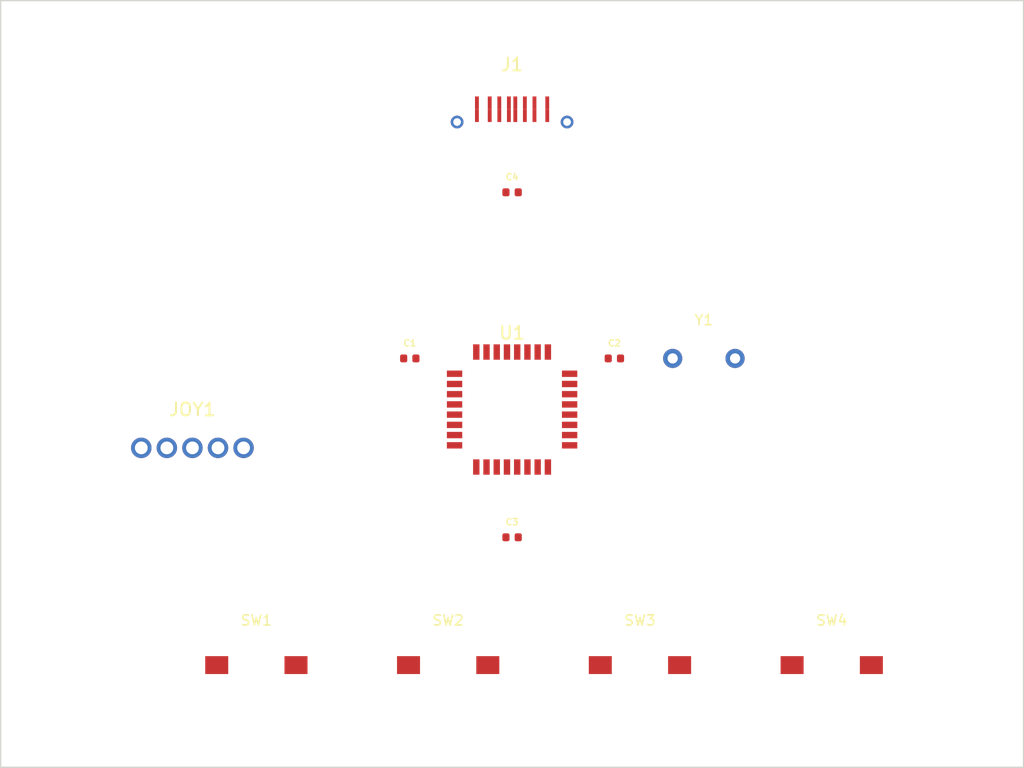
<source format=kicad_pcb>
(kicad_pcb (version 20240108) (generator "kicad-tools-demo") (generator_version "8.0")
  (layers (0 "F.Cu" signal) (31 "B.Cu" signal) (34 "B.Paste" user) (35 "F.Paste" user) (36 "B.SilkS" user "B.Silkscreen") (37 "F.SilkS" user "F.Silkscreen") (38 "B.Mask" user) (39 "F.Mask" user) (44 "Edge.Cuts" user))
  (net 0 "")
  (net 1 "VBUS")
  (net 2 "VCC")
  (net 3 "GND")
  (net 4 "USB_D+")
  (net 5 "USB_D-")
  (net 6 "USB_CC1")
  (net 7 "USB_CC2")
  (net 8 "JOY_X")
  (net 9 "JOY_Y")
  (net 10 "JOY_BTN")
  (net 11 "BTN1")
  (net 12 "BTN2")
  (net 13 "BTN3")
  (net 14 "BTN4")
  (net 15 "XTAL1")
  (net 16 "XTAL2")
  (gr_rect (start 100.0 100.0) (end 180.0 160.0) (stroke (width 0.1)) (fill none) (layer "Edge.Cuts"))
  (footprint "Package_QFP:TQFP-32_7x7mm_P0.8mm" (layer "F.Cu") (at 140.0 132.0)
    (fp_text reference "U1" (at 0 -6) (layer "F.SilkS"))
    (fp_text value "MCU")
    (pad "1" smd rect (at -4.500 -2.800) (size 1.2 0.5) (layers "F.Cu" "F.Paste" "F.Mask") (net 3 "GND"))
    (pad "2" smd rect (at -4.500 -2.000) (size 1.2 0.5) (layers "F.Cu" "F.Paste" "F.Mask") (net 15 "XTAL1"))
    (pad "3" smd rect (at -4.500 -1.200) (size 1.2 0.5) (layers "F.Cu" "F.Paste" "F.Mask") (net 16 "XTAL2"))
    (pad "4" smd rect (at -4.500 -0.400) (size 1.2 0.5) (layers "F.Cu" "F.Paste" "F.Mask") (net 2 "VCC"))
    (pad "5" smd rect (at -4.500 0.400) (size 1.2 0.5) (layers "F.Cu" "F.Paste" "F.Mask"))
    (pad "6" smd rect (at -4.500 1.200) (size 1.2 0.5) (layers "F.Cu" "F.Paste" "F.Mask"))
    (pad "7" smd rect (at -4.500 2.000) (size 1.2 0.5) (layers "F.Cu" "F.Paste" "F.Mask") (net 3 "GND"))
    (pad "8" smd rect (at -4.500 2.800) (size 1.2 0.5) (layers "F.Cu" "F.Paste" "F.Mask") (net 2 "VCC"))
    (pad "9" smd rect (at -2.800 4.500) (size 0.5 1.2) (layers "F.Cu" "F.Paste" "F.Mask") (net 8 "JOY_X"))
    (pad "10" smd rect (at -2.000 4.500) (size 0.5 1.2) (layers "F.Cu" "F.Paste" "F.Mask") (net 9 "JOY_Y"))
    (pad "11" smd rect (at -1.200 4.500) (size 0.5 1.2) (layers "F.Cu" "F.Paste" "F.Mask") (net 10 "JOY_BTN"))
    (pad "12" smd rect (at -0.400 4.500) (size 0.5 1.2) (layers "F.Cu" "F.Paste" "F.Mask") (net 11 "BTN1"))
    (pad "13" smd rect (at 0.400 4.500) (size 0.5 1.2) (layers "F.Cu" "F.Paste" "F.Mask") (net 12 "BTN2"))
    (pad "14" smd rect (at 1.200 4.500) (size 0.5 1.2) (layers "F.Cu" "F.Paste" "F.Mask") (net 13 "BTN3"))
    (pad "15" smd rect (at 2.000 4.500) (size 0.5 1.2) (layers "F.Cu" "F.Paste" "F.Mask") (net 14 "BTN4"))
    (pad "16" smd rect (at 2.800 4.500) (size 0.5 1.2) (layers "F.Cu" "F.Paste" "F.Mask") (net 3 "GND"))
    (pad "17" smd rect (at 4.500 -2.800) (size 1.2 0.5) (layers "F.Cu" "F.Paste" "F.Mask") (net 2 "VCC"))
    (pad "18" smd rect (at 4.500 -2.000) (size 1.2 0.5) (layers "F.Cu" "F.Paste" "F.Mask"))
    (pad "19" smd rect (at 4.500 -1.200) (size 1.2 0.5) (layers "F.Cu" "F.Paste" "F.Mask"))
    (pad "20" smd rect (at 4.500 -0.400) (size 1.2 0.5) (layers "F.Cu" "F.Paste" "F.Mask"))
    (pad "21" smd rect (at 4.500 0.400) (size 1.2 0.5) (layers "F.Cu" "F.Paste" "F.Mask"))
    (pad "22" smd rect (at 4.500 1.200) (size 1.2 0.5) (layers "F.Cu" "F.Paste" "F.Mask"))
    (pad "23" smd rect (at 4.500 2.000) (size 1.2 0.5) (layers "F.Cu" "F.Paste" "F.Mask") (net 3 "GND"))
    (pad "24" smd rect (at 4.500 2.800) (size 1.2 0.5) (layers "F.Cu" "F.Paste" "F.Mask") (net 2 "VCC"))
    (pad "25" smd rect (at 2.800 -4.500) (size 0.5 1.2) (layers "F.Cu" "F.Paste" "F.Mask") (net 3 "GND"))
    (pad "26" smd rect (at 2.000 -4.500) (size 0.5 1.2) (layers "F.Cu" "F.Paste" "F.Mask") (net 7 "USB_CC2"))
    (pad "27" smd rect (at 1.200 -4.500) (size 0.5 1.2) (layers "F.Cu" "F.Paste" "F.Mask") (net 6 "USB_CC1"))
    (pad "28" smd rect (at 0.400 -4.500) (size 0.5 1.2) (layers "F.Cu" "F.Paste" "F.Mask") (net 5 "USB_D-"))
    (pad "29" smd rect (at -0.400 -4.500) (size 0.5 1.2) (layers "F.Cu" "F.Paste" "F.Mask") (net 4 "USB_D+"))
    (pad "30" smd rect (at -1.200 -4.500) (size 0.5 1.2) (layers "F.Cu" "F.Paste" "F.Mask") (net 1 "VBUS"))
    (pad "31" smd rect (at -2.000 -4.500) (size 0.5 1.2) (layers "F.Cu" "F.Paste" "F.Mask"))
    (pad "32" smd rect (at -2.800 -4.500) (size 0.5 1.2) (layers "F.Cu" "F.Paste" "F.Mask") (net 3 "GND"))
  )
  (footprint "Connector_USB:USB_C_Receptacle_GCT_USB4105" (layer "F.Cu") (at 140.0 108.0)
    (fp_text reference "J1" (at 0 -3) (layer "F.SilkS"))
    (fp_text value "USB-C")
    (pad "A1" smd rect (at -2.75 0.00) (size 0.3 1.0) (layers "F.Cu" "F.Paste" "F.Mask") (net 3 "GND"))
    (pad "A4" smd rect (at -1.75 0.00) (size 0.3 1.0) (layers "F.Cu" "F.Paste" "F.Mask") (net 1 "VBUS"))
    (pad "A5" smd rect (at -1.00 0.00) (size 0.3 1.0) (layers "F.Cu" "F.Paste" "F.Mask") (net 6 "USB_CC1"))
    (pad "A6" smd rect (at -0.25 0.00) (size 0.3 1.0) (layers "F.Cu" "F.Paste" "F.Mask") (net 4 "USB_D+"))
    (pad "A7" smd rect (at 0.25 0.00) (size 0.3 1.0) (layers "F.Cu" "F.Paste" "F.Mask") (net 5 "USB_D-"))
    (pad "A8" smd rect (at 1.00 0.00) (size 0.3 1.0) (layers "F.Cu" "F.Paste" "F.Mask"))
    (pad "A9" smd rect (at 1.75 0.00) (size 0.3 1.0) (layers "F.Cu" "F.Paste" "F.Mask") (net 1 "VBUS"))
    (pad "A12" smd rect (at 2.75 0.00) (size 0.3 1.0) (layers "F.Cu" "F.Paste" "F.Mask") (net 3 "GND"))
    (pad "B1" smd rect (at 2.75 1.00) (size 0.3 1.0) (layers "F.Cu" "F.Paste" "F.Mask") (net 3 "GND"))
    (pad "B4" smd rect (at 1.75 1.00) (size 0.3 1.0) (layers "F.Cu" "F.Paste" "F.Mask") (net 1 "VBUS"))
    (pad "B5" smd rect (at 1.00 1.00) (size 0.3 1.0) (layers "F.Cu" "F.Paste" "F.Mask") (net 7 "USB_CC2"))
    (pad "B6" smd rect (at 0.25 1.00) (size 0.3 1.0) (layers "F.Cu" "F.Paste" "F.Mask") (net 4 "USB_D+"))
    (pad "B7" smd rect (at -0.25 1.00) (size 0.3 1.0) (layers "F.Cu" "F.Paste" "F.Mask") (net 5 "USB_D-"))
    (pad "B8" smd rect (at -1.00 1.00) (size 0.3 1.0) (layers "F.Cu" "F.Paste" "F.Mask"))
    (pad "B9" smd rect (at -1.75 1.00) (size 0.3 1.0) (layers "F.Cu" "F.Paste" "F.Mask") (net 1 "VBUS"))
    (pad "B12" smd rect (at -2.75 1.00) (size 0.3 1.0) (layers "F.Cu" "F.Paste" "F.Mask") (net 3 "GND"))
    (pad "S1" thru_hole circle (at -4.3 1.5) (size 1.0 1.0) (drill 0.6) (layers "*.Cu" "*.Mask") (net 3 "GND"))
    (pad "S2" thru_hole circle (at 4.3 1.5) (size 1.0 1.0) (drill 0.6) (layers "*.Cu" "*.Mask") (net 3 "GND"))
  )
  (footprint "Module:Joystick_Analog" (layer "F.Cu") (at 115.0 135.0)
    (fp_text reference "JOY1" (at 0 -3) (layer "F.SilkS"))
    (fp_text value "Joystick")
    (pad "1" thru_hole circle (at -4 0) (size 1.6 1.6) (drill 1.0) (layers "*.Cu" "*.Mask") (net 3 "GND"))
    (pad "2" thru_hole circle (at -2 0) (size 1.6 1.6) (drill 1.0) (layers "*.Cu" "*.Mask") (net 2 "VCC"))
    (pad "3" thru_hole circle (at 0 0) (size 1.6 1.6) (drill 1.0) (layers "*.Cu" "*.Mask") (net 8 "JOY_X"))
    (pad "4" thru_hole circle (at 2 0) (size 1.6 1.6) (drill 1.0) (layers "*.Cu" "*.Mask") (net 9 "JOY_Y"))
    (pad "5" thru_hole circle (at 4 0) (size 1.6 1.6) (drill 1.0) (layers "*.Cu" "*.Mask") (net 10 "JOY_BTN"))
  )
  (footprint "Crystal:Crystal_HC49-U_Vertical" (layer "F.Cu") (at 155.0 128.0)
    (fp_text reference "Y1" (at 0 -3) (layer "F.SilkS") (effects (font (size 0.8 0.8) (thickness 0.12))))
    (fp_text value "16MHz")
    (pad "1" thru_hole circle (at -2.44 0) (size 1.5 1.5) (drill 0.8) (layers "*.Cu" "*.Mask") (net 15 "XTAL1"))
    (pad "2" thru_hole circle (at 2.44 0) (size 1.5 1.5) (drill 0.8) (layers "*.Cu" "*.Mask") (net 16 "XTAL2"))
  )
  (footprint "Button_Switch_SMD:SW_SPST_TL3342" (layer "F.Cu") (at 120.0 152.0)
    (fp_text reference "SW1" (at 0 -3.5) (layer "F.SilkS") (effects (font (size 0.8 0.8) (thickness 0.12))))
    (fp_text value "Button")
    (pad "1" smd rect (at -3.1 0) (size 1.8 1.4) (layers "F.Cu" "F.Paste" "F.Mask") (net 11 "BTN1"))
    (pad "2" smd rect (at 3.1 0) (size 1.8 1.4) (layers "F.Cu" "F.Paste" "F.Mask") (net 3 "GND"))
  )
  (footprint "Button_Switch_SMD:SW_SPST_TL3342" (layer "F.Cu") (at 135.0 152.0)
    (fp_text reference "SW2" (at 0 -3.5) (layer "F.SilkS") (effects (font (size 0.8 0.8) (thickness 0.12))))
    (fp_text value "Button")
    (pad "1" smd rect (at -3.1 0) (size 1.8 1.4) (layers "F.Cu" "F.Paste" "F.Mask") (net 12 "BTN2"))
    (pad "2" smd rect (at 3.1 0) (size 1.8 1.4) (layers "F.Cu" "F.Paste" "F.Mask") (net 3 "GND"))
  )
  (footprint "Button_Switch_SMD:SW_SPST_TL3342" (layer "F.Cu") (at 150.0 152.0)
    (fp_text reference "SW3" (at 0 -3.5) (layer "F.SilkS") (effects (font (size 0.8 0.8) (thickness 0.12))))
    (fp_text value "Button")
    (pad "1" smd rect (at -3.1 0) (size 1.8 1.4) (layers "F.Cu" "F.Paste" "F.Mask") (net 13 "BTN3"))
    (pad "2" smd rect (at 3.1 0) (size 1.8 1.4) (layers "F.Cu" "F.Paste" "F.Mask") (net 3 "GND"))
  )
  (footprint "Button_Switch_SMD:SW_SPST_TL3342" (layer "F.Cu") (at 165.0 152.0)
    (fp_text reference "SW4" (at 0 -3.5) (layer "F.SilkS") (effects (font (size 0.8 0.8) (thickness 0.12))))
    (fp_text value "Button")
    (pad "1" smd rect (at -3.1 0) (size 1.8 1.4) (layers "F.Cu" "F.Paste" "F.Mask") (net 14 "BTN4"))
    (pad "2" smd rect (at 3.1 0) (size 1.8 1.4) (layers "F.Cu" "F.Paste" "F.Mask") (net 3 "GND"))
  )
  (footprint "Capacitor_SMD:C_0402_1005Metric" (layer "F.Cu") (at 132.0 128.0)
    (fp_text reference "C1" (at 0 -1.2) (layer "F.SilkS") (effects (font (size 0.5 0.5) (thickness 0.1))))
    (fp_text value "100nF")
    (pad "1" smd roundrect (at -0.48 0) (size 0.56 0.62) (layers "F.Cu" "F.Paste" "F.Mask") (net 2 "VCC"))
    (pad "2" smd roundrect (at 0.48 0) (size 0.56 0.62) (layers "F.Cu" "F.Paste" "F.Mask") (net 3 "GND"))
  )
  (footprint "Capacitor_SMD:C_0402_1005Metric" (layer "F.Cu") (at 148.0 128.0)
    (fp_text reference "C2" (at 0 -1.2) (layer "F.SilkS") (effects (font (size 0.5 0.5) (thickness 0.1))))
    (fp_text value "100nF")
    (pad "1" smd roundrect (at -0.48 0) (size 0.56 0.62) (layers "F.Cu" "F.Paste" "F.Mask") (net 2 "VCC"))
    (pad "2" smd roundrect (at 0.48 0) (size 0.56 0.62) (layers "F.Cu" "F.Paste" "F.Mask") (net 3 "GND"))
  )
  (footprint "Capacitor_SMD:C_0402_1005Metric" (layer "F.Cu") (at 140.0 142.0)
    (fp_text reference "C3" (at 0 -1.2) (layer "F.SilkS") (effects (font (size 0.5 0.5) (thickness 0.1))))
    (fp_text value "100nF")
    (pad "1" smd roundrect (at -0.48 0) (size 0.56 0.62) (layers "F.Cu" "F.Paste" "F.Mask") (net 2 "VCC"))
    (pad "2" smd roundrect (at 0.48 0) (size 0.56 0.62) (layers "F.Cu" "F.Paste" "F.Mask") (net 3 "GND"))
  )
  (footprint "Capacitor_SMD:C_0402_1005Metric" (layer "F.Cu") (at 140.0 115.0)
    (fp_text reference "C4" (at 0 -1.2) (layer "F.SilkS") (effects (font (size 0.5 0.5) (thickness 0.1))))
    (fp_text value "100nF")
    (pad "1" smd roundrect (at -0.48 0) (size 0.56 0.62) (layers "F.Cu" "F.Paste" "F.Mask") (net 1 "VBUS"))
    (pad "2" smd roundrect (at 0.48 0) (size 0.56 0.62) (layers "F.Cu" "F.Paste" "F.Mask") (net 3 "GND"))
  )
)
</source>
